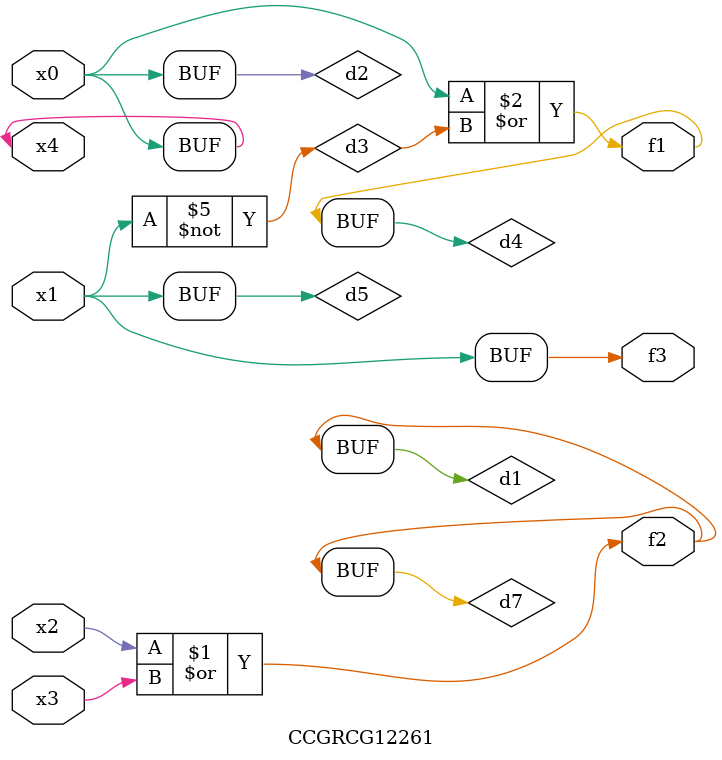
<source format=v>
module CCGRCG12261(
	input x0, x1, x2, x3, x4,
	output f1, f2, f3
);

	wire d1, d2, d3, d4, d5, d6, d7;

	or (d1, x2, x3);
	buf (d2, x0, x4);
	not (d3, x1);
	or (d4, d2, d3);
	not (d5, d3);
	nand (d6, d1, d3);
	or (d7, d1);
	assign f1 = d4;
	assign f2 = d7;
	assign f3 = d5;
endmodule

</source>
